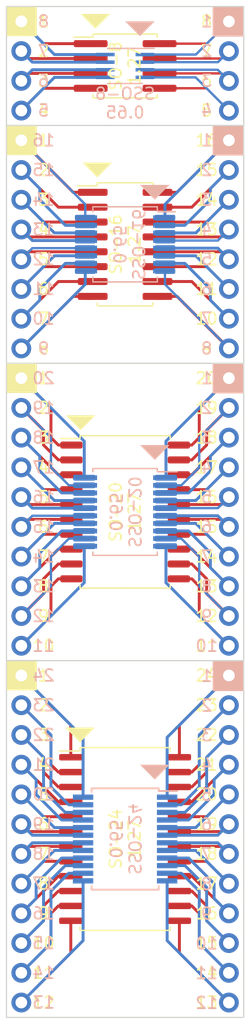
<source format=kicad_pcb>
(kicad_pcb (version 20211014) (generator pcbnew)
  (layers (0 "F.Cu" signal) (31 "B.Cu" signal) (34 "B.Paste" user) (35 "F.Paste" user) (36 "B.SilkS" user "B.Silkscreen") (37 "F.SilkS" user "F.Silkscreen") (38 "B.Mask" user) (39 "F.Mask" user) (44 "Edge.Cuts" user))
  (net 0 "")
  (footprint "Package_SO:SOIC-8_3.9x4.9mm_P1.27mm" (layer "F.Cu") (at 66.04 35.56)
    (fp_text reference "REF**" hide)
    (fp_text value "SOIC-8_3.9x4.9mm_P1.27mm" hide)
  )
  (footprint "Package_SO:SOP-24_7.5x15.4mm_P1.27mm" (layer "F.Cu") (at 66.04 101.6)
    (fp_text reference "REF**" hide)
    (fp_text value "SOP-24_7.5x15.4mm_P1.27mm" hide)
  )
  (footprint "Package_SO:SOIC-16_3.9x9.9mm_P1.27mm" (layer "F.Cu") (at 66.04 50.8)
    (fp_text reference "REF**" hide)
    (fp_text value "SOIC-16_3.9x9.9mm_P1.27mm" hide)
  )
  (footprint "Connector_PinHeader_2.54mm:PinHeader_1x04_P2.54mm_Vertical" (layer "F.Cu") (at 57.15 31.75)
    (fp_text reference "REF**" hide)
    (fp_text value "PinHeader_1x04_P2.54mm_Vertical" hide)
  )
  (footprint "Package_SO:SOP-20_7.5x12.8mm_P1.27mm" (layer "F.Cu") (at 66.04 73.66)
    (fp_text reference "REF**" hide)
    (fp_text value "SOP-20_7.5x12.8mm_P1.27mm" hide)
  )
  (footprint "Connector_PinHeader_2.54mm:PinHeader_1x08_P2.54mm_Vertical" (layer "F.Cu") (at 74.93 41.91)
    (fp_text reference "REF**" hide)
    (fp_text value "PinHeader_1x08_P2.54mm_Vertical" hide)
  )
  (footprint "Connector_PinHeader_2.54mm:PinHeader_1x04_P2.54mm_Vertical" (layer "F.Cu") (at 74.93 31.76)
    (fp_text reference "REF**" hide)
    (fp_text value "PinHeader_1x04_P2.54mm_Vertical" hide)
  )
  (footprint "Connector_PinHeader_2.54mm:PinHeader_1x08_P2.54mm_Vertical" (layer "F.Cu") (at 57.15 41.91)
    (fp_text reference "REF**" hide)
    (fp_text value "PinHeader_1x08_P2.54mm_Vertical" hide)
  )
  (footprint "Connector_PinHeader_2.54mm:PinHeader_1x10_P2.54mm_Vertical" (layer "F.Cu") (at 57.15 62.23)
    (fp_text reference "REF**" hide)
    (fp_text value "PinHeader_1x10_P2.54mm_Vertical" hide)
  )
  (footprint "Package_SO:SOP-8_5.28x5.23mm_P1.27mm" (layer "F.Cu") (at 66.04 35.56)
    (fp_text reference "REF**" hide)
    (fp_text value "SOP-8_5.28x5.23mm_P1.27mm" hide)
  )
  (footprint "Connector_PinHeader_2.54mm:PinHeader_1x12_P2.54mm_Vertical" (layer "F.Cu") (at 57.15 87.63)
    (fp_text reference "REF**" hide)
    (fp_text value "PinHeader_1x12_P2.54mm_Vertical" hide)
  )
  (footprint "Connector_PinHeader_2.54mm:PinHeader_1x10_P2.54mm_Vertical" (layer "F.Cu") (at 74.93 62.23)
    (fp_text reference "REF**" hide)
    (fp_text value "PinHeader_1x10_P2.54mm_Vertical" hide)
  )
  (footprint "Connector_PinHeader_2.54mm:PinHeader_1x12_P2.54mm_Vertical" (layer "F.Cu") (at 74.93 87.63)
    (fp_text reference "REF**" hide)
    (fp_text value "PinHeader_1x12_P2.54mm_Vertical" hide)
  )
  (footprint "Package_SO:SOP-16_4.55x10.3mm_P1.27mm" (layer "F.Cu") (at 66.04 50.8)
    (fp_text reference "REF**" hide)
    (fp_text value "SOP-16_4.55x10.3mm_P1.27mm" hide)
  )
  (footprint "Package_SO:SSOP-20_5.3x7.2mm_P0.65mm" (layer "B.Cu") (at 66.04 73.66 180)
    (fp_text reference "REF**" hide)
    (fp_text value "SSOP-20_5.3x7.2mm_P0.65mm" hide)
  )
  (footprint "Package_SO:SSOP-8_2.95x2.8mm_P0.65mm" (layer "B.Cu") (at 66.04 35.56 180)
    (fp_text reference "REF**" hide)
    (fp_text value "SSOP-8_2.95x2.8mm_P0.65mm" hide)
  )
  (footprint "Package_SO:SSOP-20_4.4x6.5mm_P0.65mm" (layer "B.Cu") (at 66.04 73.66 180)
    (fp_text reference "REF**" hide)
    (fp_text value "SSOP-20_4.4x6.5mm_P0.65mm" hide)
  )
  (footprint "Package_SO:SSOP-16_4.4x5.2mm_P0.65mm" (layer "B.Cu") (at 66.04 50.8 180)
    (fp_text reference "REF**" hide)
    (fp_text value "SSOP-16_4.4x5.2mm_P0.65mm" hide)
  )
  (footprint "Package_SO:SSOP-16_5.3x6.2mm_P0.65mm" (layer "B.Cu") (at 66.04 50.8 180)
    (fp_text reference "REF**" hide)
    (fp_text value "SSOP-16_5.3x6.2mm_P0.65mm" hide)
  )
  (footprint "Package_SO:SSOP-24_5.3x8.2mm_P0.65mm" (layer "B.Cu") (at 66.04 101.6 180)
    (fp_text reference "REF**" hide)
    (fp_text value "SSOP-24_5.3x8.2mm_P0.65mm" hide)
  )
  (gr_rect (start 73.54 43.21) (end 76.2 40.61) (layer "B.SilkS") (width 0) (fill solid))
  (gr_poly (pts (xy 68.58 96.52) (xy 69.85 95.25) (xy 67.31 95.25)) (layer "B.SilkS") (width 0) (fill solid))
  (gr_rect (start 73.54 63.53) (end 76.2 60.93) (layer "B.SilkS") (width 0) (fill solid))
  (gr_poly (pts (xy 68.58 69.215) (xy 69.85 67.945) (xy 67.31 67.945)) (layer "B.SilkS") (width 0) (fill solid))
  (gr_rect (start 73.54 33.05) (end 76.2 30.45) (layer "B.SilkS") (width 0) (fill solid))
  (gr_poly (pts (xy 68.58 46.99) (xy 69.85 45.72) (xy 67.31 45.72)) (layer "B.SilkS") (width 0) (fill solid))
  (gr_poly (pts (xy 67.31 33.02) (xy 68.58 31.75) (xy 66.04 31.75)) (layer "B.SilkS") (width 0) (fill solid))
  (gr_rect (start 73.54 88.96) (end 76.2 86.36) (layer "B.SilkS") (width 0) (fill solid))
  (gr_rect (start 55.82 40.58) (end 58.48 43.18) (layer "F.SilkS") (width 0) (fill solid))
  (gr_rect (start 55.82 60.9) (end 58.48 63.5) (layer "F.SilkS") (width 0) (fill solid))
  (gr_poly (pts (xy 62.18 93.345) (xy 60.91 92.075) (xy 63.45 92.075)) (layer "F.SilkS") (width 0) (fill solid))
  (gr_poly (pts (xy 63.655 45.085) (xy 62.385 43.815) (xy 64.925 43.815)) (layer "F.SilkS") (width 0) (fill solid))
  (gr_poly (pts (xy 63.5 32.385) (xy 62.23 31.115) (xy 64.77 31.115)) (layer "F.SilkS") (width 0) (fill solid))
  (gr_poly (pts (xy 62.23 66.675) (xy 60.96 65.405) (xy 63.5 65.405)) (layer "F.SilkS") (width 0) (fill solid))
  (gr_rect (start 55.82 86.3) (end 58.48 88.9) (layer "F.SilkS") (width 0) (fill solid))
  (gr_rect (start 55.82 30.42) (end 58.48 33.02) (layer "F.SilkS") (width 0) (fill solid))
  (gr_rect (start 55.88 60.96) (end 76.2 86.36) (layer "Edge.Cuts") (width 0.1) (fill none))
  (gr_rect (start 55.88 30.48) (end 76.2 40.64) (layer "Edge.Cuts") (width 0.1) (fill none))
  (gr_rect (start 55.88 40.64) (end 76.2 60.96) (layer "Edge.Cuts") (width 0.1) (fill none))
  (gr_rect (start 55.88 86.36) (end 76.2 116.84) (layer "Edge.Cuts") (width 0.1) (fill none))
  (gr_text "18" (at 59.055 102.87) (layer "B.SilkS") (effects (font (size 1 1)) (justify mirror)))
  (gr_text "9" (at 73.025 82.55) (layer "B.SilkS") (effects (font (size 1 1)) (justify mirror)))
  (gr_text "SSO-20\n0.65" (at 66.04 73.66 -90) (layer "B.SilkS") (effects (font (size 1 1)) (justify mirror)))
  (gr_text "4" (at 73.025 39.37) (layer "B.SilkS") (effects (font (size 1 1)) (justify mirror)))
  (gr_text "6" (at 73.025 100.36) (layer "B.SilkS") (effects (font (size 1 1)) (justify mirror)))
  (gr_text "16" (at 59.055 107.95) (layer "B.SilkS") (effects (font (size 1 1)) (justify mirror)))
  (gr_text "4" (at 73.025 95.28) (layer "B.SilkS") (effects (font (size 1 1)) (justify mirror)))
  (gr_text "8" (at 59.055 31.75) (layer "B.SilkS") (effects (font (size 1 1)) (justify mirror)))
  (gr_text "11" (at 73.025 113.06) (layer "B.SilkS") (effects (font (size 1 1)) (justify mirror)))
  (gr_text "13" (at 59.055 80.01) (layer "B.SilkS") (effects (font (size 1 1)) (justify mirror)))
  (gr_text "12" (at 73.025 115.6) (layer "B.SilkS") (effects (font (size 1 1)) (justify mirror)))
  (gr_text "1" (at 73.025 87.66) (layer "B.SilkS") (effects (font (size 1 1)) (justify mirror)))
  (gr_text "15" (at 59.055 110.49) (layer "B.SilkS") (effects (font (size 1 1)) (justify mirror)))
  (gr_text "14" (at 59.055 77.47) (layer "B.SilkS") (effects (font (size 1 1)) (justify mirror)))
  (gr_text "16" (at 59.055 41.91) (layer "B.SilkS") (effects (font (size 1 1)) (justify mirror)))
  (gr_text "SSO-8\n0.65" (at 66.04 38.735) (layer "B.SilkS") (effects (font (size 1 1)) (justify mirror)))
  (gr_text "7" (at 73.025 102.9) (layer "B.SilkS") (effects (font (size 1 1)) (justify mirror)))
  (gr_text "13" (at 59.055 49.53) (layer "B.SilkS") (effects (font (size 1 1)) (justify mirror)))
  (gr_text "4" (at 73.025 69.85) (layer "B.SilkS") (effects (font (size 1 1)) (justify mirror)))
  (gr_text "15" (at 59.055 74.93) (layer "B.SilkS") (effects (font (size 1 1)) (justify mirror)))
  (gr_text "16" (at 59.055 72.39) (layer "B.SilkS") (effects (font (size 1 1)) (justify mirror)))
  (gr_text "7" (at 59.055 34.29) (layer "B.SilkS") (effects (font (size 1 1)) (justify mirror)))
  (gr_text "20" (at 59.055 62.23) (layer "B.SilkS") (effects (font (size 1 1)) (justify mirror)))
  (gr_text "23" (at 59.055 90.17) (layer "B.SilkS") (effects (font (size 1 1)) (justify mirror)))
  (gr_text "3" (at 73.025 92.74) (layer "B.SilkS") (effects (font (size 1 1)) (justify mirror)))
  (gr_text "1" (at 73.025 62.23) (layer "B.SilkS") (effects (font (size 1 1)) (justify mirror)))
  (gr_text "9" (at 59.055 59.69) (layer "B.SilkS") (effects (font (size 1 1)) (justify mirror)))
  (gr_text "6" (at 59.055 36.83) (layer "B.SilkS") (effects (font (size 1 1)) (justify mirror)))
  (gr_text "5" (at 73.025 52.07) (layer "B.SilkS") (effects (font (size 1 1)) (justify mirror)))
  (gr_text "2" (at 73.025 64.77) (layer "B.SilkS") (effects (font (size 1 1)) (justify mirror)))
  (gr_text "3" (at 73.025 46.99) (layer "B.SilkS") (effects (font (size 1 1)) (justify mirror)))
  (gr_text "17" (at 59.055 105.41) (layer "B.SilkS") (effects (font (size 1 1)) (justify mirror)))
  (gr_text "14" (at 59.055 46.99) (layer "B.SilkS") (effects (font (size 1 1)) (justify mirror)))
  (gr_text "6" (at 73.025 74.93) (layer "B.SilkS") (effects (font (size 1 1)) (justify mirror)))
  (gr_text "11" (at 59.055 54.61) (layer "B.SilkS") (effects (font (size 1 1)) (justify mirror)))
  (gr_text "24" (at 59.055 87.63) (layer "B.SilkS") (effects (font (size 1 1)) (justify mirror)))
  (gr_text "20" (at 59.055 97.79) (layer "B.SilkS") (effects (font (size 1 1)) (justify mirror)))
  (gr_text "8" (at 73.025 59.69) (layer "B.SilkS") (effects (font (size 1 1)) (justify mirror)))
  (gr_text "17" (at 59.055 69.85) (layer "B.SilkS") (effects (font (size 1 1)) (justify mirror)))
  (gr_text "22" (at 59.055 92.71) (layer "B.SilkS") (effects (font (size 1 1)) (justify mirror)))
  (gr_text "19" (at 59.055 100.33) (layer "B.SilkS") (effects (font (size 1 1)) (justify mirror)))
  (gr_text "4" (at 73.025 49.53) (layer "B.SilkS") (effects (font (size 1 1)) (justify mirror)))
  (gr_text "21" (at 59.055 95.25) (layer "B.SilkS") (effects (font (size 1 1)) (justify mirror)))
  (gr_text "14" (at 59.055 113.03) (layer "B.SilkS") (effects (font (size 1 1)) (justify mirror)))
  (gr_text "15" (at 59.055 44.45) (layer "B.SilkS") (effects (font (size 1 1)) (justify mirror)))
  (gr_text "10" (at 73.025 110.52) (layer "B.SilkS") (effects (font (size 1 1)) (justify mirror)))
  (gr_text "7" (at 73.025 57.15) (layer "B.SilkS") (effects (font (size 1 1)) (justify mirror)))
  (gr_text "12" (at 59.055 52.07) (layer "B.SilkS") (effects (font (size 1 1)) (justify mirror)))
  (gr_text "10" (at 59.055 57.15) (layer "B.SilkS") (effects (font (size 1 1)) (justify mirror)))
  (gr_text "2" (at 73.025 34.29) (layer "B.SilkS") (effects (font (size 1 1)) (justify mirror)))
  (gr_text "SSO-16\n0.65" (at 66.3575 50.8 -90) (layer "B.SilkS") (effects (font (size 1 1)) (justify mirror)))
  (gr_text "1" (at 73.025 31.75) (layer "B.SilkS") (effects (font (size 1 1)) (justify mirror)))
  (gr_text "2" (at 73.025 44.45) (layer "B.SilkS") (effects (font (size 1 1)) (justify mirror)))
  (gr_text "8" (at 73.025 80.01) (layer "B.SilkS") (effects (font (size 1 1)) (justify mirror)))
  (gr_text "10" (at 73.025 85.09) (layer "B.SilkS") (effects (font (size 1 1)) (justify mirror)))
  (gr_text "9" (at 73.025 107.98) (layer "B.SilkS") (effects (font (size 1 1)) (justify mirror)))
  (gr_text "8" (at 73.025 105.44) (layer "B.SilkS") (effects (font (size 1 1)) (justify mirror)))
  (gr_text "18" (at 59.055 67.31) (layer "B.SilkS") (effects (font (size 1 1)) (justify mirror)))
  (gr_text "11" (at 59.055 85.09) (layer "B.SilkS") (effects (font (size 1 1)) (justify mirror)))
  (gr_text "SSO-24\n0.65" (at 66.04 101.6 -90) (layer "B.SilkS") (effects (font (size 1 1)) (justify mirror)))
  (gr_text "13" (at 59.055 115.57) (layer "B.SilkS") (effects (font (size 1 1)) (justify mirror)))
  (gr_text "5" (at 73.025 97.82) (layer "B.SilkS") (effects (font (size 1 1)) (justify mirror)))
  (gr_text "1" (at 73.025 41.91) (layer "B.SilkS") (effects (font (size 1 1)) (justify mirror)))
  (gr_text "3" (at 73.025 67.31) (layer "B.SilkS") (effects (font (size 1 1)) (justify mirror)))
  (gr_text "2" (at 73.025 90.2) (layer "B.SilkS") (effects (font (size 1 1)) (justify mirror)))
  (gr_text "6" (at 73.025 54.61) (layer "B.SilkS") (effects (font (size 1 1)) (justify mirror)))
  (gr_text "3" (at 73.025 36.83) (layer "B.SilkS") (effects (font (size 1 1)) (justify mirror)))
  (gr_text "12" (at 59.055 82.55) (layer "B.SilkS") (effects (font (size 1 1)) (justify mirror)))
  (gr_text "5" (at 73.025 72.39) (layer "B.SilkS") (effects (font (size 1 1)) (justify mirror)))
  (gr_text "7" (at 73.025 77.47) (layer "B.SilkS") (effects (font (size 1 1)) (justify mirror)))
  (gr_text "5" (at 59.055 39.37) (layer "B.SilkS") (effects (font (size 1 1)) (justify mirror)))
  (gr_text "19" (at 59.055 64.77) (layer "B.SilkS") (effects (font (size 1 1)) (justify mirror)))
  (gr_text "19" (at 73.025 64.77) (layer "F.SilkS") (effects (font (size 1 1))))
  (gr_text "13" (at 73.025 80.01) (layer "F.SilkS") (effects (font (size 1 1))))
  (gr_text "11" (at 73.025 54.61) (layer "F.SilkS") (effects (font (size 1 1))))
  (gr_text "14" (at 73.025 77.47) (layer "F.SilkS") (effects (font (size 1 1))))
  (gr_text "8" (at 59.055 105.41) (layer "F.SilkS") (effects (font (size 1 1))))
  (gr_text "13" (at 73.025 49.53) (layer "F.SilkS") (effects (font (size 1 1))))
  (gr_text "14" (at 73.025 113.03) (layer "F.SilkS") (effects (font (size 1 1))))
  (gr_text "3" (at 59.055 46.99) (layer "F.SilkS") (effects (font (size 1 1))))
  (gr_text "5" (at 73.025 39.37) (layer "F.SilkS") (effects (font (size 1 1))))
  (gr_text "2" (at 59.055 90.17) (layer "F.SilkS") (effects (font (size 1 1))))
  (gr_text "12" (at 73.025 52.07) (layer "F.SilkS") (effects (font (size 1 1))))
  (gr_text "2" (at 59.055 64.77) (layer "F.SilkS") (effects (font (size 1 1))))
  (gr_text "24" (at 73.025 87.63) (layer "F.SilkS") (effects (font (size 1 1))))
  (gr_text "5" (at 59.055 52.07) (layer "F.SilkS") (effects (font (size 1 1))))
  (gr_text "16" (at 73.025 107.95) (layer "F.SilkS") (effects (font (size 1 1))))
  (gr_text "19" (at 73.025 100.33) (layer "F.SilkS") (effects (font (size 1 1))))
  (gr_text "10" (at 59.055 110.49) (layer "F.SilkS") (effects (font (size 1 1))))
  (gr_text "4" (at 59.055 69.85) (layer "F.SilkS") (effects (font (size 1 1))))
  (gr_text "23" (at 73.025 90.17) (layer "F.SilkS") (effects (font (size 1 1))))
  (gr_text "6" (at 59.055 54.61) (layer "F.SilkS") (effects (font (size 1 1))))
  (gr_text "8" (at 59.055 59.69) (layer "F.SilkS") (effects (font (size 1 1))))
  (gr_text "7" (at 59.055 102.87) (layer "F.SilkS") (effects (font (size 1 1))))
  (gr_text "5" (at 59.055 72.39) (layer "F.SilkS") (effects (font (size 1 1))))
  (gr_text "3" (at 59.055 92.71) (layer "F.SilkS") (effects (font (size 1 1))))
  (gr_text "7" (at 59.055 57.15) (layer "F.SilkS") (effects (font (size 1 1))))
  (gr_text "1" (at 59.055 62.23) (layer "F.SilkS") (effects (font (size 1 1))))
  (gr_text "13" (at 73.025 115.57) (layer "F.SilkS") (effects (font (size 1 1))))
  (gr_text "17" (at 73.025 69.85) (layer "F.SilkS") (effects (font (size 1 1))))
  (gr_text "21" (at 73.025 95.25) (layer "F.SilkS") (effects (font (size 1 1))))
  (gr_text "1" (at 59.055 31.75) (layer "F.SilkS") (effects (font (size 1 1))))
  (gr_text "10" (at 59.055 85.09) (layer "F.SilkS") (effects (font (size 1 1))))
  (gr_text "18" (at 73.025 102.87) (layer "F.SilkS") (effects (font (size 1 1))))
  (gr_text "9" (at 59.055 107.95) (layer "F.SilkS") (effects (font (size 1 1))))
  (gr_text "12" (at 73.025 82.55) (layer "F.SilkS") (effects (font (size 1 1))))
  (gr_text "2" (at 59.055 34.29) (layer "F.SilkS") (effects (font (size 1 1))))
  (gr_text "6" (at 59.055 100.33) (layer "F.SilkS") (effects (font (size 1 1))))
  (gr_text "16" (at 73.025 41.91) (layer "F.SilkS") (effects (font (size 1 1))))
  (gr_text "20" (at 73.025 62.23) (layer "F.SilkS") (effects (font (size 1 1))))
  (gr_text "4" (at 59.055 49.53) (layer "F.SilkS") (effects (font (size 1 1))))
  (gr_text "SO-8\n1.27" (at 66.04 35.56 90) (layer "F.SilkS") (effects (font (size 1 1))))
  (gr_text "2" (at 59.055 44.45) (layer "F.SilkS") (effects (font (size 1 1))))
  (gr_text "9" (at 59.055 82.55) (layer "F.SilkS") (effects (font (size 1 1))))
  (gr_text "SO-24\n1.27" (at 66.04 101.6 90) (layer "F.SilkS") (effects (font (size 1 1))))
  (gr_text "9" (at 73.025 59.69) (layer "F.SilkS") (effects (font (size 1 1))))
  (gr_text "1" (at 59.055 41.91) (layer "F.SilkS") (effects (font (size 1 1))))
  (gr_text "4" (at 59.055 95.25) (layer "F.SilkS") (effects (font (size 1 1))))
  (gr_text "SO-16\n1.27" (at 66.04 50.8 90) (layer "F.SilkS") (effects (font (size 1 1))))
  (gr_text "22" (at 73.025 92.71) (layer "F.SilkS") (effects (font (size 1 1))))
  (gr_text "8" (at 59.055 80.01) (layer "F.SilkS") (effects (font (size 1 1))))
  (gr_text "3" (at 59.055 67.31) (layer "F.SilkS") (effects (font (size 1 1))))
  (gr_text "4" (at 59.055 39.37) (layer "F.SilkS") (effects (font (size 1 1))))
  (gr_text "1" (at 59.055 87.63) (layer "F.SilkS") (effects (font (size 1 1))))
  (gr_text "15" (at 73.025 110.49) (layer "F.SilkS") (effects (font (size 1 1))))
  (gr_text "11" (at 73.025 85.09) (layer "F.SilkS") (effects (font (size 1 1))))
  (gr_text "8" (at 73.025 31.75) (layer "F.SilkS") (effects (font (size 1 1))))
  (gr_text "6" (at 59.055 74.93) (layer "F.SilkS") (effects (font (size 1 1))))
  (gr_text "3" (at 59.055 36.83) (layer "F.SilkS") (effects (font (size 1 1))))
  (gr_text "10" (at 73.025 57.15) (layer "F.SilkS") (effects (font (size 1 1))))
  (gr_text "15" (at 73.025 44.45) (layer "F.SilkS") (effects (font (size 1 1))))
  (gr_text "7" (at 73.025 34.29) (layer "F.SilkS") (effects (font (size 1 1))))
  (gr_text "17" (at 73.025 105.41) (layer "F.SilkS") (effects (font (size 1 1))))
  (gr_text "16" (at 73.025 72.39) (layer "F.SilkS") (effects (font (size 1 1))))
  (gr_text "6" (at 73.025 36.83) (layer "F.SilkS") (effects (font (size 1 1))))
  (gr_text "14" (at 73.025 46.99) (layer "F.SilkS") (effects (font (size 1 1))))
  (gr_text "11" (at 59.055 113.03) (layer "F.SilkS") (effects (font (size 1 1))))
  (gr_text "12" (at 59.055 115.57) (layer "F.SilkS") (effects (font (size 1 1))))
  (gr_text "7" (at 59.055 77.47) (layer "F.SilkS") (effects (font (size 1 1))))
  (gr_text "20" (at 73.025 97.79) (layer "F.SilkS") (effects (font (size 1 1))))
  (gr_text "5" (at 59.055 97.79) (layer "F.SilkS") (effects (font (size 1 1))))
  (gr_text "SO-20\n1.27" (at 66.04 73.66 90) (layer "F.SilkS") (effects (font (size 1 1))))
  (gr_text "18" (at 73.025 67.31) (layer "F.SilkS") (effects (font (size 1 1))))
  (gr_text "15" (at 73.025 74.93) (layer "F.SilkS") (effects (font (size 1 1))))
  (segment (start 74.93 105.41) (end 73.025 103.505) (width 0.25) (layer "F.Cu") (net 0))
  (segment (start 74.93 36.83) (end 74.295 36.195) (width 0.2) (layer "F.Cu") (net 0))
  (segment (start 74.93 87.63) (end 70.69 91.869999) (width 0.25) (layer "F.Cu") (net 0))
  (segment (start 73.025 80.645) (end 73.025 79.375) (width 0.25) (layer "F.Cu") (net 0))
  (segment (start 59.055 52.705) (end 62.79 52.705) (width 0.25) (layer "F.Cu") (net 0))
  (segment (start 60.325 95.885) (end 61.39 95.885) (width 0.25) (layer "F.Cu") (net 0))
  (segment (start 74.930001 49.53) (end 74.295 50.165) (width 0.25) (layer "F.Cu") (net 0))
  (segment (start 72.39 64.77) (end 72.39 67.31) (width 0.25) (layer "F.Cu") (net 0))
  (segment (start 57.15 82.55) (end 59.055 80.645) (width 0.25) (layer "F.Cu") (net 0))
  (segment (start 57.15 92.71) (end 59.055 94.615) (width 0.25) (layer "F.Cu") (net 0))
  (segment (start 71.755 107.315) (end 70.69 107.315) (width 0.25) (layer "F.Cu") (net 0))
  (segment (start 73.015 37.465) (end 69.64 37.465) (width 0.2) (layer "F.Cu") (net 0))
  (segment (start 71.755 98.425) (end 70.69 98.424999) (width 0.25) (layer "F.Cu") (net 0))
  (segment (start 73.025 95.885) (end 71.755 97.155) (width 0.25) (layer "F.Cu") (net 0))
  (segment (start 59.69 82.55) (end 59.69 80.01) (width 0.25) (layer "F.Cu") (net 0))
  (segment (start 57.15 41.91) (end 61.595 46.355) (width 0.25) (layer "F.Cu") (net 0))
  (segment (start 57.15 80.01) (end 60.325 76.835) (width 0.25) (layer "F.Cu") (net 0))
  (segment (start 59.69 107.95) (end 60.325 107.315) (width 0.25) (layer "F.Cu") (net 0))
  (segment (start 74.93 54.61) (end 73.025 52.705) (width 0.25) (layer "F.Cu") (net 0))
  (segment (start 73.025 99.695) (end 70.69 99.695) (width 0.25) (layer "F.Cu") (net 0))
  (segment (start 73.025 79.375) (end 71.755 78.105) (width 0.25) (layer "F.Cu") (net 0))
  (segment (start 60.325 98.425) (end 61.39 98.425) (width 0.25) (layer "F.Cu") (net 0))
  (segment (start 74.93 72.390001) (end 74.295 73.025) (width 0.25) (layer "F.Cu") (net 0))
  (segment (start 74.93 102.87) (end 74.295 102.235) (width 0.25) (layer "F.Cu") (net 0))
  (segment (start 72.389999 82.55) (end 72.39 80.01) (width 0.25) (layer "F.Cu") (net 0))
  (segment (start 74.93 34.3) (end 74.92 34.3) (width 0.2) (layer "F.Cu") (net 0))
  (segment (start 57.785 100.965) (end 61.39 100.965) (width 0.25) (layer "F.Cu") (net 0))
  (segment (start 71.755 104.775) (end 70.69 104.774999) (width 0.25) (layer "F.Cu") (net 0))
  (segment (start 60.325 79.375) (end 61.44 79.375) (width 0.25) (layer "F.Cu") (net 0))
  (segment (start 74.295 51.435) (end 69.29 51.435) (width 0.25) (layer "F.Cu") (net 0))
  (segment (start 57.15 97.79) (end 59.055 99.695) (width 0.25) (layer "F.Cu") (net 0))
  (segment (start 74.93 92.71) (end 73.025 94.615) (width 0.25) (layer "F.Cu") (net 0))
  (segment (start 71.755 67.945) (end 70.64 67.945) (width 0.25) (layer "F.Cu") (net 0))
  (segment (start 71.755 95.885) (end 70.69 95.885) (width 0.25) (layer "F.Cu") (net 0))
  (segment (start 57.15 85.09) (end 59.69 82.55) (width 0.25) (layer "F.Cu") (net 0))
  (segment (start 72.39 92.710001) (end 72.39 95.25) (width 0.25) (layer "F.Cu") (net 0))
  (segment (start 61.595 55.245) (end 62.79 55.245) (width 0.25) (layer "F.Cu") (net 0))
  (segment (start 73.025 67.945) (end 71.755 69.215001) (width 0.25) (layer "F.Cu") (net 0))
  (segment (start 57.15 107.95) (end 60.325 104.775) (width 0.25) (layer "F.Cu") (net 0))
  (segment (start 61.39 111.33) (end 61.39 108.585) (width 0.25) (layer "F.Cu") (net 0))
  (segment (start 73.025 48.895) (end 69.29 48.895) (width 0.25) (layer "F.Cu") (net 0))
  (segment (start 57.15 77.47) (end 59.055 75.565) (width 0.25) (layer "F.Cu") (net 0))
  (segment (start 73.025 103.505) (end 70.69 103.505) (width 0.25) (layer "F.Cu") (net 0))
  (segment (start 60.325 106.045) (end 61.39 106.045) (width 0.25) (layer "F.Cu") (net 0))
  (segment (start 57.15 57.15) (end 60.325 53.975) (width 0.25) (layer "F.Cu") (net 0))
  (segment (start 70.69 91.869999) (end 70.69 94.615001) (width 0.25) (layer "F.Cu") (net 0))
  (segment (start 57.15 87.63) (end 61.39 91.87) (width 0.25) (layer "F.Cu") (net 0))
  (segment (start 57.15 72.39) (end 57.785 73.025) (width 0.25) (layer "F.Cu") (net 0))
  (segment (start 59.055 108.585) (end 59.055 107.315) (width 0.25) (layer "F.Cu") (net 0))
  (segment (start 74.93 95.25) (end 71.755 98.425) (width 0.25) (layer "F.Cu") (net 0))
  (segment (start 74.93 67.31) (end 71.755 70.485) (width 0.25) (layer "F.Cu") (net 0))
  (segment (start 74.930001 82.55) (end 73.025 80.645) (width 0.25) (layer "F.Cu") (net 0))
  (segment (start 57.15 69.85) (end 59.055 71.755) (width 0.25) (layer "F.Cu") (net 0))
  (segment (start 74.93 113.03) (end 72.39 110.49) (width 0.25) (layer "F.Cu") (net 0))
  (segment (start 71.755001 79.375) (end 70.64 79.375001) (width 0.25) (layer "F.Cu") (net 0))
  (segment (start 74.93 41.91) (end 70.485 46.355) (width 0.25) (layer "F.Cu") (net 0))
  (segment (start 59.055 33.655) (end 62.44 33.655) (width 0.25) (layer "F.Cu") (net 0))
  (segment (start 57.785 73.025) (end 61.44 73.025) (width 0.25) (layer "F.Cu") (net 0))
  (segment (start 57.15 59.69) (end 61.595 55.245) (width 0.25) (layer "F.Cu") (net 0))
  (segment (start 57.15 95.25) (end 60.325 98.425) (width 0.25) (layer "F.Cu") (net 0))
  (segment (start 73.025 107.315) (end 71.755 106.045) (width 0.25) (layer "F.Cu") (net 0))
  (segment (start 74.93 90.17) (end 72.39 92.710001) (width 0.25) (layer "F.Cu") (net 0))
  (segment (start 60.325 70.485) (end 61.44 70.485) (width 0.25) (layer "F.Cu") (net 0))
  (segment (start 59.055 80.645) (end 59.055 79.375) (width 0.25) (layer "F.Cu") (net 0))
  (segment (start 71.755 69.215001) (end 70.64 69.215001) (width 0.25) (layer "F.Cu") (net 0))
  (segment (start 60.325 97.155) (end 61.39 97.155) (width 0.25) (layer "F.Cu") (net 0))
  (segment (start 57.15 49.53) (end 57.785 50.165) (width 0.25) (layer "F.Cu") (net 0))
  (segment (start 60.325 104.775) (end 61.39 104.775) (width 0.25) (layer "F.Cu") (net 0))
  (segment (start 57.785 51.435) (end 62.79 51.435) (width 0.25) (layer "F.Cu") (net 0))
  (segment (start 71.755 53.975) (end 69.29 53.975) (width 0.25) (layer "F.Cu") (net 0))
  (segment (start 59.69 80.01) (end 60.325 79.375) (width 0.25) (layer "F.Cu") (net 0))
  (segment (start 57.15 64.77) (end 59.055 66.675) (width 0.25) (layer "F.Cu") (net 0))
  (segment (start 74.93 80.01) (end 71.755 76.835) (width 0.25) (layer "F.Cu") (net 0))
  (segment (start 57.15 67.31) (end 60.325 70.485) (width 0.25) (layer "F.Cu") (net 0))
  (segment (start 59.055 48.895) (end 62.79 48.895) (width 0.25) (layer "F.Cu") (net 0))
  (segment (start 74.295 102.235) (end 70.69 102.235) (width 0.25) (layer "F.Cu") (net 0))
  (segment (start 57.15 62.23) (end 59.69 64.77) (width 0.25) (layer "F.Cu") (net 0))
  (segment (start 59.055 75.565) (end 61.44 75.565) (width 0.25) (layer "F.Cu") (net 0))
  (segment (start 71.755 47.625) (end 69.29 47.625) (width 0.25) (layer "F.Cu") (net 0))
  (segment (start 57.15 39.37) (end 59.055 37.465) (width 0.25) (layer "F.Cu") (net 0))
  (segment (start 57.15 115.57) (end 61.39 111.33) (width 0.25) (layer "F.Cu") (net 0))
  (segment (start 74.93 115.57) (end 70.69 111.329999) (width 0.25) (layer "F.Cu") (net 0))
  (segment (start 60.325 69.215) (end 61.44 69.215) (width 0.25) (layer "F.Cu") (net 0))
  (segment (start 59.055 79.375) (end 60.325 78.105) (width 0.25) (layer "F.Cu") (net 0))
  (segment (start 59.69 110.49) (end 59.69 107.95) (width 0.25) (layer "F.Cu") (net 0))
  (segment (start 57.15 113.03) (end 59.69 110.49) (width 0.25) (layer "F.Cu") (net 0))
  (segment (start 60.325 67.945) (end 61.44 67.945) (width 0.25) (layer "F.Cu") (net 0))
  (segment (start 72.39 95.25) (end 71.755 95.885) (width 0.25) (layer "F.Cu") (net 0))
  (segment (start 57.785 50.165) (end 62.79 50.165) (width 0.25) (layer "F.Cu") (net 0))
  (segment (start 57.15 110.49) (end 59.055 108.585) (width 0.25) (layer "F.Cu") (net 0))
  (segment (start 57.15 44.45) (end 60.325 47.625) (width 0.25) (layer "F.Cu") (net 0))
  (segment (start 73.025 66.675) (end 73.025 67.945) (width 0.25) (layer "F.Cu") (net 0))
  (segment (start 74.93 46.99) (end 73.025 48.895) (width 0.25) (layer "F.Cu") (net 0))
  (segment (start 57.785 102.235) (end 61.39 102.235) (width 0.25) (layer "F.Cu") (net 0))
  (segment (start 74.295 36.195) (end 69.64 36.195) (width 0.2) (layer "F.Cu") (net 0))
  (segment (start 59.69 95.25) (end 60.325 95.885) (width 0.25) (layer "F.Cu") (net 0))
  (segment (start 74.93 64.77) (end 73.025 66.675) (width 0.25) (layer "F.Cu") (net 0))
  (segment (start 74.93 44.45) (end 71.755 47.625) (width 0.25) (layer "F.Cu") (net 0))
  (segment (start 70.485 46.355) (end 69.289999 46.355) (width 0.25) (layer "F.Cu") (net 0))
  (segment (start 74.93 107.95) (end 71.755 104.775) (width 0.25) (layer "F.Cu") (net 0))
  (segment (start 57.785 74.295) (end 61.44 74.295) (width 0.25) (layer "F.Cu") (net 0))
  (segment (start 70.69 111.329999) (end 70.69 108.585) (width 0.25) (layer "F.Cu") (net 0))
  (segment (start 74.93 31.76) (end 73.035 33.655) (width 0.2) (layer "F.Cu") (net 0))
  (segment (start 60.325 47.625) (end 62.79 47.625) (width 0.25) (layer "F.Cu") (net 0))
  (segment (start 61.595 46.355) (end 62.79 46.355) (width 0.25) (layer "F.Cu") (net 0))
  (segment (start 74.93 110.49) (end 73.025 108.585) (width 0.25) (layer "F.Cu") (net 0))
  (segment (start 73.035 33.655) (end 69.64 33.655) (width 0.2) (layer "F.Cu") (net 0))
  (segment (start 61.39 91.87) (end 61.39 94.615) (width 0.25) (layer "F.Cu") (net 0))
  (segment (start 74.93 57.15) (end 71.755 53.975) (width 0.25) (layer "F.Cu") (net 0))
  (segment (start 72.39 67.31) (end 71.755 67.945) (width 0.25) (layer "F.Cu") (net 0))
  (segment (start 72.39 80.01) (end 71.755001 79.375) (width 0.25) (layer "F.Cu") (net 0))
  (segment (start 74.93 100.33) (end 74.295 100.965001) (width 0.25) (layer "F.Cu") (net 0))
  (segment (start 60.325 53.975) (end 62.79 53.975) (width 0.25) (layer "F.Cu") (net 0))
  (segment (start 59.055 66.675) (end 59.055 67.945) (width 0.25) (layer "F.Cu") (net 0))
  (segment (start 57.15 105.41) (end 59.055 103.505) (width 0.25) (layer "F.Cu") (net 0))
  (segment (start 71.755 78.105) (end 70.64 78.105) (width 0.25) (layer "F.Cu") (net 0))
  (segment (start 60.325 76.835) (end 61.44 76.835) (width 0.25) (layer "F.Cu") (net 0))
  (segment (start 57.15 100.33) (end 57.785 100.965) (width 0.25) (layer "F.Cu") (net 0))
  (segment (start 73.025 52.705) (end 69.289999 52.705) (width 0.25) (layer "F.Cu") (net 0))
  (segment (start 74.295 74.295) (end 70.64 74.295) (width 0.25) (layer "F.Cu") (net 0))
  (segment (start 73.025 71.755) (end 70.64 71.755) (width 0.25) (layer "F.Cu") (net 0))
  (segment (start 74.93 62.23) (end 72.39 64.77) (width 0.25) (layer "F.Cu") (net 0))
  (segment (start 57.785 36.195) (end 62.44 36.195) (width 0.25) (layer "F.Cu") (net 0))
  (segment (start 57.15 74.93) (end 57.785 74.295) (width 0.25) (layer "F.Cu") (net 0))
  (segment (start 60.325 107.315) (end 61.39 107.315) (width 0.25) (layer "F.Cu") (net 0))
  (segment (start 72.39 110.49) (end 72.39 107.95) (width 0.25) (layer "F.Cu") (net 0))
  (segment (start 74.93 52.07) (end 74.295 51.435) (width 0.25) (layer "F.Cu") (net 0))
  (segment (start 74.93 39.38) (end 73.015 37.465) (width 0.2) (layer "F.Cu") (net 0))
  (segment (start 74.93 36.84) (end 74.93 36.83) (width 0.2) (layer "F.Cu") (net 0))
  (segment (start 74.930001 59.69) (end 70.485 55.245) (width 0.25) (layer "F.Cu") (net 0))
  (segment (start 72.39 107.95) (end 71.755 107.315) (width 0.25) (layer "F.Cu") (net 0))
  (segment (start 57.15 102.87) (end 57.785 102.235) (width 0.25) (layer "F.Cu") (net 0))
  (segment (start 74.93 77.47) (end 73.025 75.565) (width 0.25) (layer "F.Cu") (net 0))
  (segment (start 74.295 100.965001) (end 70.69 100.965001) (width 0.25) (layer "F.Cu") (net 0))
  (segment (start 70.485 55.245) (end 69.29 55.245) (width 0.25) (layer "F.Cu") (net 0))
  (segment (start 57.15 31.75) (end 59.055 33.655) (width 0.25) (layer "F.Cu") (net 0))
  (segment (start 57.15 34.29) (end 57.785 34.925) (width 0.25) (layer "F.Cu") (net 0))
  (segment (start 71.755 76.835) (end 70.64 76.835) (width 0.25) (layer "F.Cu") (net 0))
  (segment (start 59.055 37.465) (end 62.44 37.465) (width 0.25) (layer "F.Cu") (net 0))
  (segment (start 59.055 71.755) (end 61.44 71.755) (width 0.25) (layer "F.Cu") (net 0))
  (segment (start 59.055 103.505) (end 61.39 103.505) (width 0.25) (layer "F.Cu") (net 0))
  (segment (start 74.930001 69.85) (end 73.025 71.755) (width 0.25) (layer "F.Cu") (net 0))
  (segment (start 74.295 34.925) (end 69.64 34.925) (width 0.2) (layer "F.Cu") (net 0))
  (segment (start 71.755 70.485) (end 70.64 70.485) (width 0.25) (layer "F.Cu") (net 0))
  (segment (start 59.69 92.71) (end 59.69 95.25) (width 0.25) (layer "F.Cu") (net 0))
  (segment (start 59.055 94.615) (end 59.055 95.885) (width 0.25) (layer "F.Cu") (net 0))
  (segment (start 71.755 97.155) (end 70.69 97.155) (width 0.25) (layer "F.Cu") (net 0))
  (segment (start 74.93 97.79) (end 73.025 99.695) (width 0.25) (layer "F.Cu") (net 0))
  (segment (start 74.295 50.165) (end 69.29 50.165) (width 0.25) (layer "F.Cu") (net 0))
  (segment (start 74.93 85.09) (end 72.389999 82.55) (width 0.25) (layer "F.Cu") (net 0))
  (segment (start 59.055 95.885) (end 60.325 97.155) (width 0.25) (layer "F.Cu") (net 0))
  (segment (start 57.15 90.17) (end 59.69 92.71) (width 0.25) (layer "F.Cu") (net 0))
  (segment (start 59.055 99.695) (end 61.39 99.695) (width 0.25) (layer "F.Cu") (net 0))
  (segment (start 59.055 67.945) (end 60.325 69.215) (width 0.25) (layer "F.Cu") (net 0))
  (segment (start 74.295 73.025) (end 70.64 73.024999) (width 0.25) (layer "F.Cu") (net 0))
  (segment (start 59.69 67.31) (end 60.325 67.945) (width 0.25) (layer "F.Cu") (net 0))
  (segment (start 74.93 74.93) (end 74.295 74.295) (width 0.25) (layer "F.Cu") (net 0))
  (segment (start 57.15 36.83) (end 57.785 36.195) (width 0.25) (layer "F.Cu") (net 0))
  (segment (start 73.025 108.585) (end 73.025 107.315) (width 0.25) (layer "F.Cu") (net 0))
  (segment (start 71.755 106.045) (end 70.69 106.045) (width 0.25) (layer "F.Cu") (net 0))
  (segment (start 57.785 34.925) (end 62.44 34.925) (width 0.25) (layer "F.Cu") (net 0))
  (segment (start 59.69 64.77) (end 59.69 67.31) (width 0.25) (layer "F.Cu") (net 0))
  (segment (start 60.325 78.105) (end 61.44 78.105) (width 0.25) (layer "F.Cu") (net 0))
  (segment (start 73.025 75.565) (end 70.64 75.565) (width 0.25) (layer "F.Cu") (net 0))
  (segment (start 74.92 34.3) (end 74.295 34.925) (width 0.2) (layer "F.Cu") (net 0))
  (segment (start 57.15 52.07) (end 57.785 51.435) (width 0.25) (layer "F.Cu") (net 0))
  (segment (start 73.025 94.615) (end 73.025 95.885) (width 0.25) (layer "F.Cu") (net 0))
  (segment (start 59.055 107.315) (end 60.325 106.045) (width 0.25) (layer "F.Cu") (net 0))
  (segment (start 57.15 54.61) (end 59.055 52.705) (width 0.25) (layer "F.Cu") (net 0))
  (segment (start 57.15 46.99) (end 59.055 48.895) (width 0.25) (layer "F.Cu") (net 0))
  (segment (start 57.15 72.389998) (end 58.095 73.334998) (width 0.25) (layer "B.Cu") (net 0))
  (segment (start 57.15 59.69) (end 62.627499 54.2125) (width 0.25) (layer "B.Cu") (net 0))
  (segment (start 61.21 98.675) (end 59.69 97.155) (width 0.25) (layer "B.Cu") (net 0))
  (segment (start 74.93 97.79) (end 72.095 100.625) (width 0.25) (layer "B.Cu") (net 0))
  (segment (start 69.64 103.875) (end 71.1725 103.875) (width 0.25) (layer "B.Cu") (net 0))
  (segment (start 72.39 106.045) (end 72.39 110.49) (width 0.25) (layer "B.Cu") (net 0))
  (segment (start 57.15 41.91) (end 62.6275 47.3875) (width 0.2) (layer "B.Cu") (net 0))
  (segment (start 61.21 104.525) (end 59.69 106.045) (width 0.25) (layer "B.Cu") (net 0))
  (segment (start 73.3425 46.0375) (end 73.3425 46.99) (width 0.25) (layer "B.Cu") (net 0))
  (segment (start 59.69 92.71) (end 57.15 90.17) (width 0.25) (layer "B.Cu") (net 0))
  (segment (start 62.439999 99.325) (end 60.9075 99.325) (width 0.25) (layer "B.Cu") (net 0))
  (segment (start 62.54 67.62) (end 62.54 70.734999) (width 0.25) (layer "B.Cu") (net 0))
  (segment (start 73.025 108.585) (end 74.93 110.49) (width 0.25) (layer "B.Cu") (net 0))
  (segment (start 57.15 57.15) (end 58.7375 55.5625) (width 0.25) (layer "B.Cu") (net 0))
  (segment (start 57.15 105.41) (end 59.985 102.575) (width 0.25) (layer "B.Cu") (net 0))
  (segment (start 73.66 96.52) (end 74.93 95.25) (width 0.25) (layer "B.Cu") (net 0))
  (segment (start 74.93 62.23) (end 69.54 67.62) (width 0.25) (layer "B.Cu") (net 0))
  (segment (start 61.225001 75.935) (end 62.540001 75.934999) (width 0.2) (layer "B.Cu") (net 0))
  (segment (start 57.15 44.45) (end 58.7375 46.0375) (width 0.25) (layer "B.Cu") (net 0))
  (segment (start 69.64 99.325) (end 71.1725 99.325) (width 0.25) (layer "B.Cu") (net 0))
  (segment (start 73.342499 68.897499) (end 73.3425 70.1675) (width 0.25) (layer "B.Cu") (net 0))
  (segment (start 70.854999 71.384999) (end 69.54 71.385) (width 0.2) (layer "B.Cu") (net 0))
  (segment (start 57.15 69.849999) (end 59.985 72.684999) (width 0.25) (layer "B.Cu") (net 0))
  (segment (start 57.15 85.09) (end 62.540001 79.699999) (width 0.25) (layer "B.Cu") (net 0))
  (segment (start 71.475 75.285) (end 69.54 75.285) (width 0.25) (layer "B.Cu") (net 0))
  (segment (start 59.985 72.684999) (end 62.54 72.684998) (width 0.25) (layer "B.Cu") (net 0))
  (segment (start 73.985 101.275) (end 69.64 101.275) (width 0.25) (layer "B.Cu") (net 0))
  (segment (start 58.7375 55.5625) (end 58.7375 54.61) (width 0.25) (layer "B.Cu") (net 0))
  (segment (start 58.420001 96.52) (end 58.42 97.79) (width 0.25) (layer "B.Cu") (net 0))
  (segment (start 57.15 77.469999) (end 59.985 74.635) (width 0.25) (layer "B.Cu") (net 0))
  (segment (start 58.7375 46.0375) (end 58.7375 46.99) (width 0.25) (layer "B.Cu") (net 0))
  (segment (start 74.93 77.47) (end 72.095 74.635) (width 0.25) (layer "B.Cu") (net 0))
  (segment (start 72.095 74.635) (end 69.54 74.635) (width 0.25) (layer "B.Cu") (net 0))
  (segment (start 62.44 110.279999) (end 57.15 115.57) (width 0.25) (layer "B.Cu") (net 0))
  (segment (start 57.15 100.33) (end 58.095 101.275) (width 0.25) (layer "B.Cu") (net 0))
  (segment (start 62.540001 79.699999) (end 62.54 76.584999) (width 0.25) (layer "B.Cu") (net 0))
  (segment (start 60.9075 99.325) (end 59.055 97.4725) (width 0.25) (layer "B.Cu") (net 0))
  (segment (start 59.055 108.585) (end 57.15 110.49) (width 0.25) (layer "B.Cu") (net 0))
  (segment (start 73.985 51.125) (end 69.4525 51.125) (width 0.25) (layer "B.Cu") (net 0))
  (segment (start 59.055 97.4725) (end 59.055 94.615) (width 0.25) (layer "B.Cu") (net 0))
  (segment (start 69.64 99.975) (end 71.475 99.975) (width 0.25) (layer "B.Cu") (net 0))
  (segment (start 72.39 110.49) (end 74.93 113.03) (width 0.25) (layer "B.Cu") (net 0))
  (segment (start 58.737501 77.152499) (end 60.604999 75.285) (width 0.25) (layer "B.Cu") (net 0))
  (segment (start 58.095 101.275) (end 62.44 101.275) (width 0.25) (layer "B.Cu") (net 0))
  (segment (start 73.3425 78.4225) (end 73.3425 77.1525) (width 0.25) (layer "B.Cu") (net 0))
  (segment (start 74.929999 67.309999) (end 73.342499 68.897499) (width 0.25) (layer "B.Cu") (net 0))
  (segment (start 57.15 77.469999) (end 59.985 74.634999) (width 0.2) (layer "B.Cu") (net 0))
  (segment (start 59.055 94.615) (end 57.15 92.71) (width 0.25) (layer "B.Cu") (net 0))
  (segment (start 69.64 92.92) (end 74.93 87.63) (width 0.25) (layer "B.Cu") (net 0))
  (segment (start 69.64 103.225) (end 71.475 103.225) (width 0.25) (layer "B.Cu") (net 0))
  (segment (start 62.6275 47.3875) (end 62.6275 48.525001) (width 0.2) (layer "B.Cu") (net 0))
  (segment (start 73.025 97.4725) (end 73.025 94.615) (width 0.25) (layer "B.Cu") (net 0))
  (segment (start 59.69 69.849999) (end 61.225 71.384999) (width 0.2) (layer "B.Cu") (net 0))
  (segment (start 57.15 97.79) (end 59.985 100.625) (width 0.25) (layer "B.Cu") (net 0))
  (segment (start 73.985 73.335) (end 69.54 73.335) (width 0.2) (layer "B.Cu") (net 0))
  (segment (start 74.93 34.3) (end 73.995 35.235) (width 0.2) (layer "B.Cu") (net 0))
  (segment (start 73.975 35.885) (end 67.74 35.885) (width 0.2) (layer "B.Cu") (net 0))
  (segment (start 74.93 69.85) (end 72.095 72.684999) (width 0.25) (layer "B.Cu") (net 0))
  (segment (start 62.44 98.025) (end 62.44 92.92) (width 0.25) (layer "B.Cu") (net 0))
  (segment (start 69.64 98.025) (end 69.64 92.92) (width 0.25) (layer "B.Cu") (net 0))
  (segment (start 58.42 105.41) (end 58.420001 106.68) (width 0.25) (layer "B.Cu") (net 0))
  (segment (start 61.225 71.384999) (end 62.54 71.385) (width 0.2) (layer "B.Cu") (net 0))
  (segment (start 73.985 50.475) (end 69.4525 50.475) (width 0.2) (layer "B.Cu") (net 0))
  (segment (start 74.93 52.07) (end 73.985 51.125) (width 0.25) (layer "B.Cu") (net 0))
  (segment (start 73.995 35.235) (end 67.74 35.235) (width 0.2) (layer "B.Cu") (net 0))
  (segment (start 71.1725 103.875) (end 73.025 105.7275) (width 0.25) (layer "B.Cu") (net 0))
  (segment (start 72.105 34.585) (end 67.74 34.585) (width 0.2) (layer "B.Cu") (net 0))
  (segment (start 72.095 102.575) (end 69.64 102.575) (width 0.25) (layer "B.Cu") (net 0))
  (segment (start 59.985 34.585) (end 64.34 34.585) (width 0.25) (layer "B.Cu") (net 0))
  (segment (start 57.15 102.87) (end 58.095 101.925) (width 0.25) (layer "B.Cu") (net 0))
  (segment (start 62.44 103.225) (end 60.605 103.225) (width 0.25) (layer "B.Cu") (net 0))
  (segment (start 71.475001 72.034999) (end 69.539999 72.034999) (width 0.25) (layer "B.Cu") (net 0))
  (segment (start 73.3425 46.99) (end 71.1575 49.175) (width 0.25) (layer "B.Cu") (net 0))
  (segment (start 59.985 100.625) (end 62.439999 100.625) (width 0.25) (layer "B.Cu") (net 0))
  (segment (start 72.095 51.775) (end 69.4525 51.775) (width 0.25) (layer "B.Cu") (net 0))
  (segment (start 58.095 35.885) (end 64.34 35.885) (width 0.25) (layer "B.Cu") (net 0))
  (segment (start 59.690001 77.470001) (end 61.225001 75.935) (width 0.2) (layer "B.Cu") (net 0))
  (segment (start 74.93 74.93) (end 73.985 73.985) (width 0.25) (layer "B.Cu") (net 0))
  (segment (start 57.150001 80.01) (end 58.737501 78.4225) (width 0.25) (layer "B.Cu") (net 0))
  (segment (start 74.93 102.87) (end 73.985 101.925) (width 0.25) (layer "B.Cu") (net 0))
  (segment (start 58.095 35.235) (end 64.34 35.235) (width 0.25) (layer "B.Cu") (net 0))
  (segment (start 59.985 49.825) (end 62.627499 49.825) (width 0.25) (layer "B.Cu") (net 0))
  (segment (start 71.475 99.975) (end 73.66 97.79) (width 0.25) (layer "B.Cu") (net 0))
  (segment (start 73.3425 54.61) (end 71.1575 52.425) (width 0.25) (layer "B.Cu") (net 0))
  (segment (start 69.4525 47.3875) (end 69.4525 48.525) (width 0.25) (layer "B.Cu") (net 0))
  (segment (start 60.604999 72.034999) (end 62.54 72.034999) (width 0.25) (layer "B.Cu") (net 0))
  (segment (start 62.627499 54.2125) (end 62.627499 53.075) (width 0.25) (layer "B.Cu") (net 0))
  (segment (start 69.54 67.62) (end 69.54 70.735) (width 0.25) (layer "B.Cu") (net 0))
  (segment (start 62.44 105.175) (end 62.44 110.279999) (width 0.25) (layer "B.Cu") (net 0))
  (segment (start 74.93 41.91) (end 69.4525 47.3875) (width 0.25) (layer "B.Cu") (net 0))
  (segment (start 60.605 99.975) (end 58.42 97.79) (width 0.25) (layer "B.Cu") (net 0))
  (segment (start 74.93 31.76) (end 72.105 34.585) (width 0.2) (layer "B.Cu") (net 0))
  (segment (start 57.15 62.23) (end 62.54 67.62) (width 0.25) (layer "B.Cu") (net 0))
  (segment (start 69.64 110.28) (end 74.93 115.57) (width 0.25) (layer "B.Cu") (net 0))
  (segment (start 74.93 46.99) (end 72.095 49.825) (width 0.25) (layer "B.Cu") (net 0))
  (segment (start 74.93 36.84) (end 73.975 35.885) (width 0.2) (layer "B.Cu") (net 0))
  (segment (start 73.3425 70.1675) (end 71.475001 72.034999) (width 0.25) (layer "B.Cu") (net 0))
  (segment (start 58.7375 68.897499) (end 58.7375 70.1675) (width 0.25) (layer "B.Cu") (net 0))
  (segment (start 58.095 73.984999) (end 62.54 73.984999) (width 0.2) (layer "B.Cu") (net 0))
  (segment (start 74.93 100.33) (end 73.985 101.275) (width 0.25) (layer "B.Cu") (net 0))
  (segment (start 59.69 106.045) (end 59.69 110.49) (width 0.25) (layer "B.Cu") (net 0))
  (segment (start 73.025 105.7275) (end 73.025 108.585) (width 0.25) (layer "B.Cu") (net 0))
  (segment (start 57.15 31.75) (end 59.985 34.585) (width 0.25) (layer "B.Cu") (net 0))
  (segment (start 71.1575 52.425) (end 69.4525 52.425) (width 0.25) (layer "B.Cu") (net 0))
  (segment (start 59.69 67.309999) (end 59.69 69.849999) (width 0.2) (layer "B.Cu") (net 0))
  (segment (start 62.439999 103.875) (end 60.9075 103.875) (width 0.25) (layer "B.Cu") (net 0))
  (segment (start 62.44 92.92) (end 57.15 87.63) (width 0.25) (layer "B.Cu") (net 0))
  (segment (start 60.605 103.225) (end 58.42 105.41) (width 0.25) (layer "B.Cu") (net 0))
  (segment (start 59.055 105.7275) (end 59.055 108.585) (width 0.25) (layer "B.Cu") (net 0))
  (segment (start 57.15 67.309999) (end 58.7375 68.897499) (width 0.25) (layer "B.Cu") (net 0))
  (segment (start 69.64 104.525) (end 70.87 104.525) (width 0.25) (layer "B.Cu") (net 0))
  (segment (start 72.39 92.71) (end 74.93 90.17) (width 0.25) (layer "B.Cu") (net 0))
  (segment (start 74.93 64.769999) (end 72.389999 67.309999) (width 0.2) (layer "B.Cu") (net 0))
  (segment (start 74.93 105.41) (end 72.095 102.575) (width 0.25) (layer "B.Cu") (net 0))
  (segment (start 72.39 97.155) (end 72.39 92.71) (width 0.25) (layer "B.Cu") (net 0))
  (segment (start 58.095 51.125) (end 62.6275 51.125) (width 0.2) (layer "B.Cu") (net 0))
  (segment (start 69.64 98.675) (end 70.87 98.675) (width 0.25) (layer "B.Cu") (net 0))
  (segment (start 72.085 36.535) (end 67.74 36.535) (width 0.2) (layer "B.Cu") (net 0))
  (segment (start 69.54 79.7) (end 69.54 76.585) (width 0.25) (layer "B.Cu") (net 0))
  (segment (start 58.737501 78.4225) (end 58.737501 77.152499) (width 0.25) (layer "B.Cu") (net 0))
  (segment (start 59.690001 80.01) (end 59.690001 77.470001) (width 0.2) (layer "B.Cu") (net 0))
  (segment (start 74.93 49.53) (end 73.985 50.475) (width 0.2) (layer "B.Cu") (net 0))
  (segment (start 58.420001 106.68) (end 57.15 107.950001) (width 0.25) (layer "B.Cu") (net 0))
  (segment (start 74.93 72.39) (end 73.985 73.335) (width 0.2) (layer "B.Cu") (net 0))
  (segment (start 73.3425 77.1525) (end 71.475 75.285) (width 0.25) (layer "B.Cu") (net 0))
  (segment (start 73.025 94.615) (end 74.93 92.71) (width 0.25) (layer "B.Cu") (net 0))
  (segment (start 74.93 39.38) (end 72.085 36.535) (width 0.2) (layer "B.Cu") (net 0))
  (segment (start 72.095 72.684999) (end 69.54 72.684999) (width 0.25) (layer "B.Cu") (net 0))
  (segment (start 62.44 104.525) (end 61.21 104.525) (width 0.25) (layer "B.Cu") (net 0))
  (segment (start 57.15 64.769999) (end 59.69 67.309999) (width 0.2) (layer "B.Cu") (net 0))
  (segment (start 57.15 52.07) (end 58.095 51.125) (width 0.2) (layer "B.Cu") (net 0))
  (segment (start 73.66 106.68) (end 73.66 105.41) (width 0.25) (layer "B.Cu") (net 0))
  (segment (start 57.15 49.529999) (end 58.095 50.474999) (width 0.25) (layer "B.Cu") (net 0))
  (segment (start 74.93 44.45) (end 73.3425 46.0375) (width 0.25) (layer "B.Cu") (net 0))
  (segment (start 74.93 85.09) (end 69.54 79.7) (width 0.25) (layer "B.Cu") (net 0))
  (segment (start 58.7375 70.1675) (end 60.604999 72.034999) (width 0.25) (layer "B.Cu") (net 0))
  (segment (start 73.985 101.925) (end 69.64 101.925) (width 0.25) (layer "B.Cu") (net 0))
  (segment (start 59.985 74.635) (end 62.54 74.634999) (width 0.25) (layer "B.Cu") (net 0))
  (segment (start 72.39 80.01) (end 72.39 77.47) (width 0.2) (layer "B.Cu") (net 0))
  (segment (start 59.69 97.155) (end 59.69 92.71) (width 0.25) (layer "B.Cu") (net 0))
  (segment (start 73.3425 55.5625) (end 73.3425 54.61) (width 0.25) (layer "B.Cu") (net 0))
  (segment (start 60.9075 103.875) (end 59.055 105.7275) (width 0.25) (layer "B.Cu") (net 0))
  (segment (start 70.855 75.935) (end 69.54 75.935) (width 0.2) (layer "B.Cu") (net 0))
  (segment (start 74.93 59.69) (end 69.4525 54.2125) (width 0.2) (layer "B.Cu") (net 0))
  (segment (start 57.15 74.929999) (end 58.095 73.984999) (width 0.2) (layer "B.Cu") (net 0))
  (segment (start 72.095 72.685) (end 69.54 72.685) (width 0.2) (layer "B.Cu") (net 0))
  (segment (start 59.985 74.634999) (end 62.54 74.634999) (width 0.2) (layer "B.Cu") (net 0))
  (segment (start 70.87 98.675) (end 72.39 97.155) (width 0.25) (layer "B.Cu") (net 0))
  (segment (start 74.93 69.85) (end 72.095 72.685) (width 0.2) (layer "B.Cu") (net 0))
  (segment (start 60.9225 49.175) (end 62.6275 49.175) (width 0.25) (layer "B.Cu") (net 0))
  (segment (start 60.9225 52.425) (end 62.6275 52.425) (width 0.25) (layer "B.Cu") (net 0))
  (segment (start 58.7375 54.61) (end 60.9225 52.425) (width 0.25) (layer "B.Cu") (net 0))
  (segment (start 74.93 57.15) (end 73.3425 55.5625) (width 0.25) (layer "B.Cu") (net 0))
  (segment (start 73.985 73.985) (end 69.54 73.985) (width 0.25) (layer "B.Cu") (net 0))
  (segment (start 73.66 97.79) (end 73.66 96.52) (width 0.25) (layer "B.Cu") (net 0))
  (segment (start 62.44 99.975) (end 60.605 99.975) (width 0.25) (layer "B.Cu") (net 0))
  (segment (start 72.389999 67.309999) (end 72.389999 69.849999) (width 0.2) (layer "B.Cu") (net 0))
  (segment (start 59.69 110.49) (end 57.15 113.03) (width 0.25) (layer "B.Cu") (net 0))
  (segment (start 57.15 95.249999) (end 58.420001 96.52) (width 0.25) (layer "B.Cu") (net 0))
  (segment (start 72.095 100.625) (end 69.64 100.625) (width 0.25) (layer "B.Cu") (net 0))
  (segment (start 57.15 46.99) (end 59.985 49.825) (width 0.25) (layer "B.Cu") (net 0))
  (segment (start 57.15 39.37) (end 59.985 36.535) (width 0.25) (layer "B.Cu") (net 0))
  (segment (start 74.93 80.01) (end 73.3425 78.4225) (width 0.25) (layer "B.Cu") (net 0))
  (segment (start 57.15 34.29) (end 58.095 35.235) (width 0.25) (layer "B.Cu") (net 0))
  (segment (start 72.39 77.47) (end 70.855 75.935) (width 0.2) (layer "B.Cu") (net 0))
  (segment (start 58.095 73.334998) (end 62.54 73.334999) (width 0.25) (layer "B.Cu") (net 0))
  (segment (start 70.87 104.525) (end 72.39 106.045) (width 0.25) (layer "B.Cu") (net 0))
  (segment (start 71.475 103.225) (end 73.66 105.41) (width 0.25) (layer "B.Cu") (net 0))
  (segment (start 58.095 50.474999) (end 62.6275 50.475) (width 0.25) (layer "B.Cu") (net 0))
  (segment (start 72.389999 69.849999) (end 70.854999 71.384999) (width 0.2) (layer "B.Cu") (net 0))
  (segment (start 69.64 105.175) (end 69.64 110.28) (width 0.25) (layer "B.Cu") (net 0))
  (segment (start 58.7375 46.99) (end 60.9225 49.175) (width 0.25) (layer "B.Cu") (net 0))
  (segment (start 74.93 54.61) (end 72.095 51.775) (width 0.25) (layer "B.Cu") (net 0))
  (segment (start 57.15 54.61) (end 59.985 51.775) (width 0.25) (layer "B.Cu") (net 0))
  (segment (start 58.095 101.925) (end 62.44 101.925) (width 0.25) (layer "B.Cu") (net 0))
  (segment (start 72.095 49.825) (end 69.4525 49.825) (width 0.25) (layer "B.Cu") (net 0))
  (segment (start 71.1575 49.175) (end 69.4525 49.175) (width 0.25) (layer "B.Cu") (net 0))
  (segment (start 59.985 102.575) (end 62.439999 102.575) (width 0.25) (layer "B.Cu") (net 0))
  (segment (start 71.1725 99.325) (end 73.025 97.4725) (width 0.25) (layer "B.Cu") (net 0))
  (segment (start 57.15 82.55) (end 59.690001 80.01) (width 0.2) (layer "B.Cu") (net 0))
  (segment (start 69.4525 54.2125) (end 69.4525 53.075) (width 0.2) (layer "B.Cu") (net 0))
  (segment (start 74.93 82.55) (end 72.39 80.01) (width 0.2) (layer "B.Cu") (net 0))
  (segment (start 57.15 36.83) (end 58.095 35.885) (width 0.25) (layer "B.Cu") (net 0))
  (segment (start 60.604999 75.285) (end 62.540001 75.285) (width 0.25) (layer "B.Cu") (net 0))
  (segment (start 59.985 36.535) (end 64.34 36.535) (width 0.25) (layer "B.Cu") (net 0))
  (segment (start 74.93 107.95) (end 73.66 106.68) (width 0.25) (layer "B.Cu") (net 0))
  (segment (start 59.985 51.775) (end 62.6275 51.775) (width 0.25) (layer "B.Cu") (net 0))
  (segment (start 62.44 98.675) (end 61.21 98.675) (width 0.25) (layer "B.Cu") (net 0))
)
</source>
